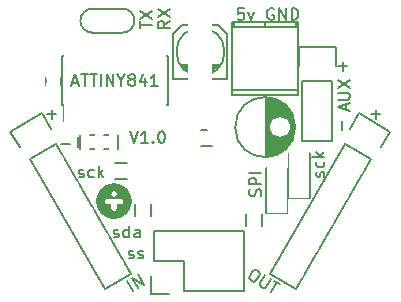
<source format=gto>
G04 #@! TF.FileFunction,Legend,Top*
%FSLAX46Y46*%
G04 Gerber Fmt 4.6, Leading zero omitted, Abs format (unit mm)*
G04 Created by KiCad (PCBNEW 4.0.2-stable) date Wednesday, September 07, 2016 'amt' 02:23:24 am*
%MOMM*%
G01*
G04 APERTURE LIST*
%ADD10C,0.100000*%
%ADD11C,0.150000*%
%ADD12C,0.010000*%
%ADD13R,1.700000X1.700000*%
%ADD14C,1.700000*%
%ADD15R,1.150000X1.200000*%
%ADD16R,2.000200X3.000960*%
%ADD17R,2.400000X2.400000*%
%ADD18C,2.400000*%
%ADD19R,1.000000X1.900000*%
%ADD20O,2.398980X2.398980*%
%ADD21R,2.398980X2.398980*%
%ADD22R,2.127200X2.127200*%
%ADD23O,2.127200X2.127200*%
%ADD24C,1.797000*%
%ADD25R,1.300000X0.900000*%
%ADD26R,0.900000X1.300000*%
%ADD27R,2.000000X2.000000*%
%ADD28C,2.000000*%
%ADD29R,0.800000X2.300000*%
%ADD30R,1.670000X1.365200*%
%ADD31C,2.127200*%
%ADD32R,2.432000X2.127200*%
%ADD33O,2.432000X2.127200*%
G04 APERTURE END LIST*
D10*
D11*
X151511191Y-119213381D02*
X151844524Y-120213381D01*
X152177858Y-119213381D01*
X153035001Y-120213381D02*
X152463572Y-120213381D01*
X152749286Y-120213381D02*
X152749286Y-119213381D01*
X152654048Y-119356238D01*
X152558810Y-119451476D01*
X152463572Y-119499095D01*
X153463572Y-120118143D02*
X153511191Y-120165762D01*
X153463572Y-120213381D01*
X153415953Y-120165762D01*
X153463572Y-120118143D01*
X153463572Y-120213381D01*
X154130238Y-119213381D02*
X154225477Y-119213381D01*
X154320715Y-119261000D01*
X154368334Y-119308619D01*
X154415953Y-119403857D01*
X154463572Y-119594333D01*
X154463572Y-119832429D01*
X154415953Y-120022905D01*
X154368334Y-120118143D01*
X154320715Y-120165762D01*
X154225477Y-120213381D01*
X154130238Y-120213381D01*
X154035000Y-120165762D01*
X153987381Y-120118143D01*
X153939762Y-120022905D01*
X153892143Y-119832429D01*
X153892143Y-119594333D01*
X153939762Y-119403857D01*
X153987381Y-119308619D01*
X154035000Y-119261000D01*
X154130238Y-119213381D01*
X151399952Y-129944762D02*
X151495190Y-129992381D01*
X151685666Y-129992381D01*
X151780905Y-129944762D01*
X151828524Y-129849524D01*
X151828524Y-129801905D01*
X151780905Y-129706667D01*
X151685666Y-129659048D01*
X151542809Y-129659048D01*
X151447571Y-129611429D01*
X151399952Y-129516190D01*
X151399952Y-129468571D01*
X151447571Y-129373333D01*
X151542809Y-129325714D01*
X151685666Y-129325714D01*
X151780905Y-129373333D01*
X152209476Y-129944762D02*
X152304714Y-129992381D01*
X152495190Y-129992381D01*
X152590429Y-129944762D01*
X152638048Y-129849524D01*
X152638048Y-129801905D01*
X152590429Y-129706667D01*
X152495190Y-129659048D01*
X152352333Y-129659048D01*
X152257095Y-129611429D01*
X152209476Y-129516190D01*
X152209476Y-129468571D01*
X152257095Y-129373333D01*
X152352333Y-129325714D01*
X152495190Y-129325714D01*
X152590429Y-129373333D01*
X169164048Y-113736429D02*
X169925953Y-113736429D01*
X169545001Y-114117381D02*
X169545001Y-113355476D01*
X167917762Y-123094619D02*
X167965381Y-122999381D01*
X167965381Y-122808905D01*
X167917762Y-122713666D01*
X167822524Y-122666047D01*
X167774905Y-122666047D01*
X167679667Y-122713666D01*
X167632048Y-122808905D01*
X167632048Y-122951762D01*
X167584429Y-123047000D01*
X167489190Y-123094619D01*
X167441571Y-123094619D01*
X167346333Y-123047000D01*
X167298714Y-122951762D01*
X167298714Y-122808905D01*
X167346333Y-122713666D01*
X167917762Y-121808904D02*
X167965381Y-121904142D01*
X167965381Y-122094619D01*
X167917762Y-122189857D01*
X167870143Y-122237476D01*
X167774905Y-122285095D01*
X167489190Y-122285095D01*
X167393952Y-122237476D01*
X167346333Y-122189857D01*
X167298714Y-122094619D01*
X167298714Y-121904142D01*
X167346333Y-121808904D01*
X167965381Y-121380333D02*
X166965381Y-121380333D01*
X167584429Y-121285095D02*
X167965381Y-120999380D01*
X167298714Y-120999380D02*
X167679667Y-121380333D01*
X169489429Y-119125952D02*
X169489429Y-118364047D01*
X150137952Y-128166762D02*
X150233190Y-128214381D01*
X150423666Y-128214381D01*
X150518905Y-128166762D01*
X150566524Y-128071524D01*
X150566524Y-128023905D01*
X150518905Y-127928667D01*
X150423666Y-127881048D01*
X150280809Y-127881048D01*
X150185571Y-127833429D01*
X150137952Y-127738190D01*
X150137952Y-127690571D01*
X150185571Y-127595333D01*
X150280809Y-127547714D01*
X150423666Y-127547714D01*
X150518905Y-127595333D01*
X151423667Y-128214381D02*
X151423667Y-127214381D01*
X151423667Y-128166762D02*
X151328429Y-128214381D01*
X151137952Y-128214381D01*
X151042714Y-128166762D01*
X150995095Y-128119143D01*
X150947476Y-128023905D01*
X150947476Y-127738190D01*
X150995095Y-127642952D01*
X151042714Y-127595333D01*
X151137952Y-127547714D01*
X151328429Y-127547714D01*
X151423667Y-127595333D01*
X152328429Y-128214381D02*
X152328429Y-127690571D01*
X152280810Y-127595333D01*
X152185572Y-127547714D01*
X151995095Y-127547714D01*
X151899857Y-127595333D01*
X152328429Y-128166762D02*
X152233191Y-128214381D01*
X151995095Y-128214381D01*
X151899857Y-128166762D01*
X151852238Y-128071524D01*
X151852238Y-127976286D01*
X151899857Y-127881048D01*
X151995095Y-127833429D01*
X152233191Y-127833429D01*
X152328429Y-127785810D01*
X147161381Y-123086762D02*
X147256619Y-123134381D01*
X147447095Y-123134381D01*
X147542334Y-123086762D01*
X147589953Y-122991524D01*
X147589953Y-122943905D01*
X147542334Y-122848667D01*
X147447095Y-122801048D01*
X147304238Y-122801048D01*
X147209000Y-122753429D01*
X147161381Y-122658190D01*
X147161381Y-122610571D01*
X147209000Y-122515333D01*
X147304238Y-122467714D01*
X147447095Y-122467714D01*
X147542334Y-122515333D01*
X148447096Y-123086762D02*
X148351858Y-123134381D01*
X148161381Y-123134381D01*
X148066143Y-123086762D01*
X148018524Y-123039143D01*
X147970905Y-122943905D01*
X147970905Y-122658190D01*
X148018524Y-122562952D01*
X148066143Y-122515333D01*
X148161381Y-122467714D01*
X148351858Y-122467714D01*
X148447096Y-122515333D01*
X148875667Y-123134381D02*
X148875667Y-122134381D01*
X148970905Y-122753429D02*
X149256620Y-123134381D01*
X149256620Y-122467714D02*
X148875667Y-122848667D01*
X145669048Y-120340429D02*
X146430953Y-120340429D01*
X171958048Y-117800429D02*
X172719953Y-117800429D01*
X172339001Y-118181381D02*
X172339001Y-117419476D01*
X144526048Y-117800429D02*
X145287953Y-117800429D01*
X144907001Y-118181381D02*
X144907001Y-117419476D01*
X161147381Y-108799381D02*
X160671190Y-108799381D01*
X160623571Y-109275571D01*
X160671190Y-109227952D01*
X160766428Y-109180333D01*
X161004524Y-109180333D01*
X161099762Y-109227952D01*
X161147381Y-109275571D01*
X161195000Y-109370810D01*
X161195000Y-109608905D01*
X161147381Y-109704143D01*
X161099762Y-109751762D01*
X161004524Y-109799381D01*
X160766428Y-109799381D01*
X160671190Y-109751762D01*
X160623571Y-109704143D01*
X161528333Y-109132714D02*
X161766428Y-109799381D01*
X162004524Y-109132714D01*
X163671191Y-108847000D02*
X163575953Y-108799381D01*
X163433096Y-108799381D01*
X163290238Y-108847000D01*
X163195000Y-108942238D01*
X163147381Y-109037476D01*
X163099762Y-109227952D01*
X163099762Y-109370810D01*
X163147381Y-109561286D01*
X163195000Y-109656524D01*
X163290238Y-109751762D01*
X163433096Y-109799381D01*
X163528334Y-109799381D01*
X163671191Y-109751762D01*
X163718810Y-109704143D01*
X163718810Y-109370810D01*
X163528334Y-109370810D01*
X164147381Y-109799381D02*
X164147381Y-108799381D01*
X164718810Y-109799381D01*
X164718810Y-108799381D01*
X165195000Y-109799381D02*
X165195000Y-108799381D01*
X165433095Y-108799381D01*
X165575953Y-108847000D01*
X165671191Y-108942238D01*
X165718810Y-109037476D01*
X165766429Y-109227952D01*
X165766429Y-109370810D01*
X165718810Y-109561286D01*
X165671191Y-109656524D01*
X165575953Y-109751762D01*
X165433095Y-109799381D01*
X165195000Y-109799381D01*
X152347381Y-110489905D02*
X152347381Y-109918476D01*
X153347381Y-110204191D02*
X152347381Y-110204191D01*
X152347381Y-109680381D02*
X153347381Y-109013714D01*
X152347381Y-109013714D02*
X153347381Y-109680381D01*
X154897381Y-109894666D02*
X154421190Y-110228000D01*
X154897381Y-110466095D02*
X153897381Y-110466095D01*
X153897381Y-110085142D01*
X153945000Y-109989904D01*
X153992619Y-109942285D01*
X154087857Y-109894666D01*
X154230714Y-109894666D01*
X154325952Y-109942285D01*
X154373571Y-109989904D01*
X154421190Y-110085142D01*
X154421190Y-110466095D01*
X153897381Y-109561333D02*
X154897381Y-108894666D01*
X153897381Y-108894666D02*
X154897381Y-109561333D01*
X163036000Y-116373000D02*
X163036000Y-121371000D01*
X163176000Y-116381000D02*
X163176000Y-121363000D01*
X163316000Y-116397000D02*
X163316000Y-118777000D01*
X163316000Y-118967000D02*
X163316000Y-121347000D01*
X163456000Y-116421000D02*
X163456000Y-118382000D01*
X163456000Y-119362000D02*
X163456000Y-121323000D01*
X163596000Y-116454000D02*
X163596000Y-118215000D01*
X163596000Y-119529000D02*
X163596000Y-121290000D01*
X163736000Y-116495000D02*
X163736000Y-118108000D01*
X163736000Y-119636000D02*
X163736000Y-121249000D01*
X163876000Y-116545000D02*
X163876000Y-118037000D01*
X163876000Y-119707000D02*
X163876000Y-121199000D01*
X164016000Y-116606000D02*
X164016000Y-117993000D01*
X164016000Y-119751000D02*
X164016000Y-121138000D01*
X164156000Y-116676000D02*
X164156000Y-117974000D01*
X164156000Y-119770000D02*
X164156000Y-121068000D01*
X164296000Y-116758000D02*
X164296000Y-117976000D01*
X164296000Y-119768000D02*
X164296000Y-120986000D01*
X164436000Y-116853000D02*
X164436000Y-118001000D01*
X164436000Y-119743000D02*
X164436000Y-120891000D01*
X164576000Y-116964000D02*
X164576000Y-118049000D01*
X164576000Y-119695000D02*
X164576000Y-120780000D01*
X164716000Y-117092000D02*
X164716000Y-118127000D01*
X164716000Y-119617000D02*
X164716000Y-120652000D01*
X164856000Y-117241000D02*
X164856000Y-118244000D01*
X164856000Y-119500000D02*
X164856000Y-120503000D01*
X164996000Y-117420000D02*
X164996000Y-118432000D01*
X164996000Y-119312000D02*
X164996000Y-120324000D01*
X165136000Y-117639000D02*
X165136000Y-120105000D01*
X165276000Y-117928000D02*
X165276000Y-119816000D01*
X165416000Y-118400000D02*
X165416000Y-119344000D01*
X165111000Y-118872000D02*
G75*
G03X165111000Y-118872000I-900000J0D01*
G01*
X165498500Y-118872000D02*
G75*
G03X165498500Y-118872000I-2537500J0D01*
G01*
X144434000Y-115297000D02*
X144434000Y-114597000D01*
X145634000Y-114597000D02*
X145634000Y-115297000D01*
X157480000Y-110848140D02*
X157480000Y-111610140D01*
X157099000Y-111229140D02*
X157861000Y-111229140D01*
X159766000Y-110975140D02*
X159766000Y-114785140D01*
X155956000Y-110213140D02*
X159004000Y-110213140D01*
X159766000Y-110975140D02*
X159004000Y-110213140D01*
X155194000Y-110975140D02*
X155194000Y-114785140D01*
X155194000Y-110975140D02*
X155956000Y-110213140D01*
X157607000Y-114531140D02*
X157353000Y-114531140D01*
X156845000Y-114404140D02*
X158115000Y-114404140D01*
X158369000Y-114277140D02*
X156591000Y-114277140D01*
X158623000Y-114150140D02*
X156337000Y-114150140D01*
X156210000Y-114023140D02*
X158750000Y-114023140D01*
X158877000Y-113896140D02*
X156083000Y-113896140D01*
X155956000Y-113769140D02*
X159004000Y-113769140D01*
X155829000Y-113642140D02*
X159131000Y-113642140D01*
X155194000Y-114785140D02*
X159766000Y-114785140D01*
X159512000Y-112499140D02*
G75*
G03X159512000Y-112499140I-2032000J0D01*
G01*
X145791000Y-116977000D02*
X145906000Y-116977000D01*
X145791000Y-112827000D02*
X145906000Y-112827000D01*
X154691000Y-112827000D02*
X154576000Y-112827000D01*
X154691000Y-116977000D02*
X154576000Y-116977000D01*
X145791000Y-116977000D02*
X145791000Y-112827000D01*
X154691000Y-116977000D02*
X154691000Y-112827000D01*
X145906000Y-116977000D02*
X145906000Y-118352000D01*
X160141920Y-110429040D02*
X165740080Y-110429040D01*
X165541960Y-109931200D02*
X165541960Y-110429040D01*
X160340040Y-110429040D02*
X160340040Y-109931200D01*
X162941000Y-109931200D02*
X162941000Y-110429040D01*
X165740080Y-115730020D02*
X160141920Y-115730020D01*
X165740080Y-109931200D02*
X160141920Y-109931200D01*
X160141920Y-109931200D02*
X160141920Y-116128800D01*
X160141920Y-116128800D02*
X165740080Y-116128800D01*
X165740080Y-116128800D02*
X165740080Y-109931200D01*
X156083000Y-132715000D02*
X161163000Y-132715000D01*
X153263000Y-132995000D02*
X153263000Y-131445000D01*
X153543000Y-130175000D02*
X156083000Y-130175000D01*
X156083000Y-130175000D02*
X156083000Y-132715000D01*
X161163000Y-132715000D02*
X161163000Y-127635000D01*
X161163000Y-127635000D02*
X156083000Y-127635000D01*
X153263000Y-132995000D02*
X154813000Y-132995000D01*
X153543000Y-127635000D02*
X153543000Y-130175000D01*
X156083000Y-127635000D02*
X153543000Y-127635000D01*
X148336000Y-108839000D02*
X150876000Y-108839000D01*
X148336000Y-110871000D02*
X150876000Y-110871000D01*
X148336000Y-108839000D02*
G75*
G03X147320000Y-109855000I0J-1016000D01*
G01*
X147320000Y-109855000D02*
G75*
G03X148336000Y-110871000I1016000J0D01*
G01*
X151892000Y-109855000D02*
G75*
G03X150876000Y-108839000I-1016000J0D01*
G01*
X150876000Y-110871000D02*
G75*
G03X151892000Y-109855000I0J1016000D01*
G01*
X162727000Y-126246000D02*
X162727000Y-127246000D01*
X161377000Y-127246000D02*
X161377000Y-126246000D01*
X150261000Y-121880000D02*
X151261000Y-121880000D01*
X151261000Y-123230000D02*
X150261000Y-123230000D01*
X157500000Y-119086000D02*
X158500000Y-119086000D01*
X158500000Y-120436000D02*
X157500000Y-120436000D01*
X147114000Y-119742000D02*
X147114000Y-120542000D01*
X147314000Y-120742000D02*
X147314000Y-119542000D01*
X150514000Y-119542000D02*
X150514000Y-120742000D01*
X148114000Y-119542000D02*
X148514000Y-119542000D01*
X149314000Y-119542000D02*
X149714000Y-119542000D01*
X148114000Y-120742000D02*
X148514000Y-120742000D01*
X149314000Y-120742000D02*
X149714000Y-120742000D01*
X151979000Y-126357000D02*
X151979000Y-125357000D01*
X153329000Y-125357000D02*
X153329000Y-126357000D01*
X163068000Y-122301000D02*
X163068000Y-126111000D01*
X163068000Y-126111000D02*
X164846000Y-126111000D01*
X164846000Y-126111000D02*
X164846000Y-122301000D01*
X163068000Y-122301000D02*
X164846000Y-122301000D01*
X145244852Y-120276329D02*
X151594852Y-131274852D01*
X151594852Y-131274852D02*
X149395148Y-132544852D01*
X149395148Y-132544852D02*
X143045148Y-121546329D01*
X144077339Y-117694138D02*
X144852339Y-119036477D01*
X145244852Y-120276329D02*
X143045148Y-121546329D01*
X142167661Y-120586477D02*
X141392661Y-119244138D01*
X141392661Y-119244138D02*
X144077339Y-117694138D01*
X171914852Y-121546329D02*
X165564852Y-132544852D01*
X165564852Y-132544852D02*
X163365148Y-131274852D01*
X163365148Y-131274852D02*
X169715148Y-120276329D01*
X173567339Y-119244138D02*
X172792339Y-120586477D01*
X171914852Y-121546329D02*
X169715148Y-120276329D01*
X170107661Y-119036477D02*
X170882661Y-117694138D01*
X170882661Y-117694138D02*
X173567339Y-119244138D01*
X166116000Y-114935000D02*
X166116000Y-120015000D01*
X166116000Y-120015000D02*
X168656000Y-120015000D01*
X168656000Y-120015000D02*
X168656000Y-114935000D01*
X168936000Y-112115000D02*
X168936000Y-113665000D01*
X168656000Y-114935000D02*
X166116000Y-114935000D01*
X165836000Y-113665000D02*
X165836000Y-112115000D01*
X165836000Y-112115000D02*
X168936000Y-112115000D01*
X166751000Y-124841000D02*
X166751000Y-121031000D01*
X166751000Y-121031000D02*
X164973000Y-121031000D01*
X164973000Y-121031000D02*
X164973000Y-124841000D01*
X166751000Y-124841000D02*
X164973000Y-124841000D01*
D12*
G36*
X150138709Y-123637211D02*
X150170917Y-123637683D01*
X150201336Y-123638538D01*
X150228904Y-123639776D01*
X150252563Y-123641397D01*
X150263578Y-123642457D01*
X150355477Y-123655285D01*
X150445425Y-123673368D01*
X150533317Y-123696661D01*
X150619046Y-123725116D01*
X150702507Y-123758689D01*
X150783592Y-123797333D01*
X150862196Y-123841002D01*
X150938212Y-123889652D01*
X151011534Y-123943235D01*
X151068739Y-123990103D01*
X151087077Y-124006417D01*
X151107791Y-124025732D01*
X151129948Y-124047108D01*
X151152613Y-124069604D01*
X151174854Y-124092279D01*
X151195735Y-124114192D01*
X151214323Y-124134402D01*
X151229684Y-124151969D01*
X151231212Y-124153789D01*
X151288422Y-124226501D01*
X151340418Y-124301348D01*
X151387235Y-124378384D01*
X151428905Y-124457665D01*
X151458280Y-124522089D01*
X151491120Y-124606209D01*
X151518549Y-124691624D01*
X151540584Y-124778090D01*
X151557244Y-124865360D01*
X151568543Y-124953187D01*
X151574501Y-125041326D01*
X151575133Y-125129531D01*
X151570457Y-125217554D01*
X151560490Y-125305151D01*
X151545249Y-125392075D01*
X151524751Y-125478079D01*
X151499014Y-125562917D01*
X151468053Y-125646344D01*
X151431887Y-125728114D01*
X151390531Y-125807979D01*
X151366218Y-125849945D01*
X151324126Y-125915761D01*
X151278655Y-125978738D01*
X151229155Y-126039701D01*
X151174974Y-126099476D01*
X151147051Y-126128051D01*
X151113741Y-126160642D01*
X151082311Y-126189795D01*
X151051402Y-126216696D01*
X151019654Y-126242531D01*
X150987635Y-126267050D01*
X150912995Y-126319266D01*
X150835876Y-126366427D01*
X150756392Y-126408491D01*
X150674656Y-126445416D01*
X150590785Y-126477162D01*
X150504892Y-126503685D01*
X150417091Y-126524943D01*
X150327498Y-126540896D01*
X150236226Y-126551501D01*
X150202949Y-126554003D01*
X150183470Y-126554986D01*
X150160391Y-126555714D01*
X150135223Y-126556177D01*
X150109475Y-126556364D01*
X150084658Y-126556266D01*
X150062280Y-126555872D01*
X150043853Y-126555174D01*
X150042034Y-126555072D01*
X149949228Y-126546950D01*
X149858230Y-126533529D01*
X149769144Y-126514851D01*
X149682074Y-126490959D01*
X149597125Y-126461896D01*
X149514401Y-126427703D01*
X149434007Y-126388422D01*
X149356046Y-126344098D01*
X149280623Y-126294771D01*
X149207843Y-126240485D01*
X149150451Y-126192512D01*
X149131823Y-126175599D01*
X149110767Y-126155557D01*
X149088302Y-126133426D01*
X149065446Y-126110249D01*
X149043217Y-126087064D01*
X149022632Y-126064913D01*
X149004711Y-126044837D01*
X148996122Y-126034773D01*
X148939451Y-125962610D01*
X148887733Y-125887777D01*
X148841022Y-125810410D01*
X148799372Y-125730643D01*
X148762837Y-125648610D01*
X148731472Y-125564446D01*
X148705330Y-125478287D01*
X148684465Y-125390266D01*
X148668933Y-125300518D01*
X148658786Y-125209178D01*
X148657521Y-125192367D01*
X148656354Y-125169717D01*
X148655654Y-125142937D01*
X148655654Y-125142903D01*
X149308465Y-125142903D01*
X149309719Y-125177485D01*
X149314710Y-125210435D01*
X149317170Y-125220589D01*
X149322467Y-125236649D01*
X149330177Y-125255304D01*
X149339367Y-125274604D01*
X149349109Y-125292597D01*
X149358470Y-125307330D01*
X149358705Y-125307659D01*
X149378546Y-125331725D01*
X149402225Y-125354455D01*
X149428377Y-125374768D01*
X149455634Y-125391582D01*
X149477971Y-125402049D01*
X149487555Y-125405856D01*
X149495935Y-125409103D01*
X149503636Y-125411838D01*
X149511183Y-125414108D01*
X149519099Y-125415960D01*
X149527911Y-125417442D01*
X149538142Y-125418600D01*
X149550318Y-125419483D01*
X149564964Y-125420136D01*
X149582603Y-125420609D01*
X149603762Y-125420947D01*
X149628964Y-125421199D01*
X149658734Y-125421411D01*
X149693598Y-125421631D01*
X149695477Y-125421643D01*
X149856921Y-125422675D01*
X149857840Y-125584099D01*
X149858049Y-125620420D01*
X149858272Y-125651621D01*
X149858569Y-125678222D01*
X149859003Y-125700748D01*
X149859633Y-125719720D01*
X149860522Y-125735662D01*
X149861729Y-125749096D01*
X149863317Y-125760545D01*
X149865345Y-125770533D01*
X149867876Y-125779580D01*
X149870970Y-125788212D01*
X149874688Y-125796949D01*
X149879091Y-125806315D01*
X149884241Y-125816833D01*
X149885257Y-125818900D01*
X149905108Y-125853022D01*
X149929320Y-125883614D01*
X149957669Y-125910438D01*
X149989930Y-125933257D01*
X149996876Y-125937344D01*
X150014641Y-125946207D01*
X150035676Y-125954738D01*
X150057772Y-125962166D01*
X150078721Y-125967719D01*
X150090012Y-125969859D01*
X150106203Y-125971336D01*
X150125882Y-125971657D01*
X150147102Y-125970920D01*
X150167920Y-125969223D01*
X150186391Y-125966664D01*
X150196528Y-125964504D01*
X150234407Y-125952091D01*
X150268819Y-125935316D01*
X150300088Y-125913999D01*
X150321491Y-125895100D01*
X150347570Y-125866092D01*
X150368878Y-125834607D01*
X150385819Y-125799978D01*
X150395408Y-125773147D01*
X150403098Y-125748345D01*
X150406100Y-125423789D01*
X150568378Y-125422274D01*
X150602784Y-125421947D01*
X150632037Y-125421646D01*
X150656628Y-125421350D01*
X150677050Y-125421037D01*
X150693794Y-125420686D01*
X150707350Y-125420277D01*
X150718212Y-125419787D01*
X150726869Y-125419196D01*
X150733814Y-125418483D01*
X150739539Y-125417626D01*
X150744533Y-125416604D01*
X150749290Y-125415396D01*
X150753149Y-125414312D01*
X150790100Y-125400893D01*
X150824535Y-125382719D01*
X150855982Y-125360189D01*
X150883969Y-125333705D01*
X150908025Y-125303666D01*
X150927679Y-125270474D01*
X150931189Y-125263169D01*
X150939099Y-125245067D01*
X150944963Y-125228876D01*
X150949062Y-125213156D01*
X150951680Y-125196465D01*
X150953097Y-125177362D01*
X150953597Y-125154406D01*
X150953612Y-125148623D01*
X150953524Y-125129720D01*
X150953190Y-125115237D01*
X150952498Y-125103947D01*
X150951338Y-125094628D01*
X150949599Y-125086054D01*
X150947172Y-125077002D01*
X150947158Y-125076952D01*
X150934702Y-125041695D01*
X150918525Y-125009877D01*
X150897928Y-124980287D01*
X150878973Y-124958633D01*
X150850590Y-124932766D01*
X150819056Y-124911207D01*
X150785058Y-124894341D01*
X150749284Y-124882551D01*
X150738538Y-124880109D01*
X150735386Y-124879495D01*
X150732026Y-124878932D01*
X150728223Y-124878416D01*
X150723741Y-124877946D01*
X150718344Y-124877520D01*
X150711797Y-124877137D01*
X150703865Y-124876795D01*
X150694311Y-124876492D01*
X150682900Y-124876226D01*
X150669396Y-124875996D01*
X150653565Y-124875800D01*
X150635170Y-124875636D01*
X150613975Y-124875502D01*
X150589746Y-124875396D01*
X150562246Y-124875317D01*
X150531241Y-124875264D01*
X150496494Y-124875234D01*
X150457769Y-124875225D01*
X150414832Y-124875236D01*
X150367447Y-124875265D01*
X150315377Y-124875310D01*
X150258388Y-124875370D01*
X150196244Y-124875443D01*
X150128710Y-124875527D01*
X150123265Y-124875534D01*
X149534034Y-124876278D01*
X149511540Y-124882830D01*
X149475468Y-124896074D01*
X149441277Y-124914027D01*
X149409772Y-124936129D01*
X149381756Y-124961817D01*
X149358705Y-124989586D01*
X149349366Y-125004207D01*
X149339623Y-125022138D01*
X149330405Y-125041429D01*
X149322645Y-125060127D01*
X149317272Y-125076280D01*
X149317170Y-125076656D01*
X149310949Y-125108641D01*
X149308465Y-125142903D01*
X148655654Y-125142903D01*
X148655400Y-125113262D01*
X148655570Y-125081928D01*
X148656142Y-125050171D01*
X148657095Y-125019226D01*
X148658407Y-124990330D01*
X148660058Y-124964718D01*
X148661822Y-124945423D01*
X148674639Y-124854089D01*
X148692713Y-124764616D01*
X148715943Y-124677168D01*
X148744228Y-124591911D01*
X148777470Y-124509010D01*
X148785315Y-124492456D01*
X149858812Y-124492456D01*
X149858852Y-124512060D01*
X149859238Y-124527227D01*
X149860061Y-124539155D01*
X149861412Y-124549046D01*
X149863381Y-124558100D01*
X149863931Y-124560189D01*
X149876880Y-124597810D01*
X149894492Y-124632759D01*
X149916402Y-124664636D01*
X149942247Y-124693041D01*
X149971664Y-124717574D01*
X150004290Y-124737834D01*
X150039212Y-124753225D01*
X150055619Y-124758687D01*
X150070643Y-124762567D01*
X150085786Y-124765068D01*
X150102547Y-124766391D01*
X150122425Y-124766739D01*
X150137989Y-124766532D01*
X150156333Y-124766026D01*
X150170449Y-124765285D01*
X150181757Y-124764139D01*
X150191673Y-124762418D01*
X150201614Y-124759950D01*
X150207971Y-124758104D01*
X150245117Y-124744080D01*
X150279293Y-124725398D01*
X150310179Y-124702379D01*
X150337457Y-124675348D01*
X150360807Y-124644628D01*
X150379911Y-124610542D01*
X150394450Y-124573413D01*
X150396377Y-124567055D01*
X150400458Y-124548198D01*
X150403121Y-124525617D01*
X150404322Y-124501062D01*
X150404017Y-124476283D01*
X150402162Y-124453032D01*
X150399629Y-124437169D01*
X150389218Y-124400343D01*
X150373893Y-124365836D01*
X150354041Y-124334028D01*
X150330050Y-124305303D01*
X150302307Y-124280042D01*
X150271201Y-124258628D01*
X150237118Y-124241444D01*
X150200448Y-124228871D01*
X150184569Y-124225100D01*
X150160814Y-124221745D01*
X150134048Y-124220576D01*
X150106438Y-124221537D01*
X150080151Y-124224568D01*
X150061789Y-124228377D01*
X150030888Y-124238816D01*
X149999817Y-124253711D01*
X149970215Y-124272175D01*
X149946262Y-124291038D01*
X149925318Y-124312536D01*
X149905817Y-124338312D01*
X149888585Y-124367033D01*
X149874449Y-124397366D01*
X149866715Y-124419252D01*
X149863833Y-124429166D01*
X149861766Y-124437863D01*
X149860373Y-124446635D01*
X149859515Y-124456775D01*
X149859053Y-124469578D01*
X149858846Y-124486335D01*
X149858812Y-124492456D01*
X148785315Y-124492456D01*
X148815567Y-124428628D01*
X148858419Y-124350931D01*
X148905927Y-124276084D01*
X148957990Y-124204251D01*
X149014508Y-124135597D01*
X149075380Y-124070287D01*
X149140508Y-124008486D01*
X149209790Y-123950358D01*
X149283126Y-123896069D01*
X149311078Y-123877113D01*
X149338496Y-123859207D01*
X149363035Y-123843788D01*
X149386305Y-123829923D01*
X149409918Y-123816678D01*
X149435484Y-123803120D01*
X149462067Y-123789591D01*
X149540949Y-123752877D01*
X149621241Y-123721215D01*
X149703352Y-123694487D01*
X149787692Y-123672573D01*
X149874670Y-123655354D01*
X149964695Y-123642712D01*
X149967245Y-123642424D01*
X149987928Y-123640597D01*
X150013182Y-123639153D01*
X150041947Y-123638093D01*
X150073164Y-123637416D01*
X150105771Y-123637122D01*
X150138709Y-123637211D01*
X150138709Y-123637211D01*
G37*
X150138709Y-123637211D02*
X150170917Y-123637683D01*
X150201336Y-123638538D01*
X150228904Y-123639776D01*
X150252563Y-123641397D01*
X150263578Y-123642457D01*
X150355477Y-123655285D01*
X150445425Y-123673368D01*
X150533317Y-123696661D01*
X150619046Y-123725116D01*
X150702507Y-123758689D01*
X150783592Y-123797333D01*
X150862196Y-123841002D01*
X150938212Y-123889652D01*
X151011534Y-123943235D01*
X151068739Y-123990103D01*
X151087077Y-124006417D01*
X151107791Y-124025732D01*
X151129948Y-124047108D01*
X151152613Y-124069604D01*
X151174854Y-124092279D01*
X151195735Y-124114192D01*
X151214323Y-124134402D01*
X151229684Y-124151969D01*
X151231212Y-124153789D01*
X151288422Y-124226501D01*
X151340418Y-124301348D01*
X151387235Y-124378384D01*
X151428905Y-124457665D01*
X151458280Y-124522089D01*
X151491120Y-124606209D01*
X151518549Y-124691624D01*
X151540584Y-124778090D01*
X151557244Y-124865360D01*
X151568543Y-124953187D01*
X151574501Y-125041326D01*
X151575133Y-125129531D01*
X151570457Y-125217554D01*
X151560490Y-125305151D01*
X151545249Y-125392075D01*
X151524751Y-125478079D01*
X151499014Y-125562917D01*
X151468053Y-125646344D01*
X151431887Y-125728114D01*
X151390531Y-125807979D01*
X151366218Y-125849945D01*
X151324126Y-125915761D01*
X151278655Y-125978738D01*
X151229155Y-126039701D01*
X151174974Y-126099476D01*
X151147051Y-126128051D01*
X151113741Y-126160642D01*
X151082311Y-126189795D01*
X151051402Y-126216696D01*
X151019654Y-126242531D01*
X150987635Y-126267050D01*
X150912995Y-126319266D01*
X150835876Y-126366427D01*
X150756392Y-126408491D01*
X150674656Y-126445416D01*
X150590785Y-126477162D01*
X150504892Y-126503685D01*
X150417091Y-126524943D01*
X150327498Y-126540896D01*
X150236226Y-126551501D01*
X150202949Y-126554003D01*
X150183470Y-126554986D01*
X150160391Y-126555714D01*
X150135223Y-126556177D01*
X150109475Y-126556364D01*
X150084658Y-126556266D01*
X150062280Y-126555872D01*
X150043853Y-126555174D01*
X150042034Y-126555072D01*
X149949228Y-126546950D01*
X149858230Y-126533529D01*
X149769144Y-126514851D01*
X149682074Y-126490959D01*
X149597125Y-126461896D01*
X149514401Y-126427703D01*
X149434007Y-126388422D01*
X149356046Y-126344098D01*
X149280623Y-126294771D01*
X149207843Y-126240485D01*
X149150451Y-126192512D01*
X149131823Y-126175599D01*
X149110767Y-126155557D01*
X149088302Y-126133426D01*
X149065446Y-126110249D01*
X149043217Y-126087064D01*
X149022632Y-126064913D01*
X149004711Y-126044837D01*
X148996122Y-126034773D01*
X148939451Y-125962610D01*
X148887733Y-125887777D01*
X148841022Y-125810410D01*
X148799372Y-125730643D01*
X148762837Y-125648610D01*
X148731472Y-125564446D01*
X148705330Y-125478287D01*
X148684465Y-125390266D01*
X148668933Y-125300518D01*
X148658786Y-125209178D01*
X148657521Y-125192367D01*
X148656354Y-125169717D01*
X148655654Y-125142937D01*
X148655654Y-125142903D01*
X149308465Y-125142903D01*
X149309719Y-125177485D01*
X149314710Y-125210435D01*
X149317170Y-125220589D01*
X149322467Y-125236649D01*
X149330177Y-125255304D01*
X149339367Y-125274604D01*
X149349109Y-125292597D01*
X149358470Y-125307330D01*
X149358705Y-125307659D01*
X149378546Y-125331725D01*
X149402225Y-125354455D01*
X149428377Y-125374768D01*
X149455634Y-125391582D01*
X149477971Y-125402049D01*
X149487555Y-125405856D01*
X149495935Y-125409103D01*
X149503636Y-125411838D01*
X149511183Y-125414108D01*
X149519099Y-125415960D01*
X149527911Y-125417442D01*
X149538142Y-125418600D01*
X149550318Y-125419483D01*
X149564964Y-125420136D01*
X149582603Y-125420609D01*
X149603762Y-125420947D01*
X149628964Y-125421199D01*
X149658734Y-125421411D01*
X149693598Y-125421631D01*
X149695477Y-125421643D01*
X149856921Y-125422675D01*
X149857840Y-125584099D01*
X149858049Y-125620420D01*
X149858272Y-125651621D01*
X149858569Y-125678222D01*
X149859003Y-125700748D01*
X149859633Y-125719720D01*
X149860522Y-125735662D01*
X149861729Y-125749096D01*
X149863317Y-125760545D01*
X149865345Y-125770533D01*
X149867876Y-125779580D01*
X149870970Y-125788212D01*
X149874688Y-125796949D01*
X149879091Y-125806315D01*
X149884241Y-125816833D01*
X149885257Y-125818900D01*
X149905108Y-125853022D01*
X149929320Y-125883614D01*
X149957669Y-125910438D01*
X149989930Y-125933257D01*
X149996876Y-125937344D01*
X150014641Y-125946207D01*
X150035676Y-125954738D01*
X150057772Y-125962166D01*
X150078721Y-125967719D01*
X150090012Y-125969859D01*
X150106203Y-125971336D01*
X150125882Y-125971657D01*
X150147102Y-125970920D01*
X150167920Y-125969223D01*
X150186391Y-125966664D01*
X150196528Y-125964504D01*
X150234407Y-125952091D01*
X150268819Y-125935316D01*
X150300088Y-125913999D01*
X150321491Y-125895100D01*
X150347570Y-125866092D01*
X150368878Y-125834607D01*
X150385819Y-125799978D01*
X150395408Y-125773147D01*
X150403098Y-125748345D01*
X150406100Y-125423789D01*
X150568378Y-125422274D01*
X150602784Y-125421947D01*
X150632037Y-125421646D01*
X150656628Y-125421350D01*
X150677050Y-125421037D01*
X150693794Y-125420686D01*
X150707350Y-125420277D01*
X150718212Y-125419787D01*
X150726869Y-125419196D01*
X150733814Y-125418483D01*
X150739539Y-125417626D01*
X150744533Y-125416604D01*
X150749290Y-125415396D01*
X150753149Y-125414312D01*
X150790100Y-125400893D01*
X150824535Y-125382719D01*
X150855982Y-125360189D01*
X150883969Y-125333705D01*
X150908025Y-125303666D01*
X150927679Y-125270474D01*
X150931189Y-125263169D01*
X150939099Y-125245067D01*
X150944963Y-125228876D01*
X150949062Y-125213156D01*
X150951680Y-125196465D01*
X150953097Y-125177362D01*
X150953597Y-125154406D01*
X150953612Y-125148623D01*
X150953524Y-125129720D01*
X150953190Y-125115237D01*
X150952498Y-125103947D01*
X150951338Y-125094628D01*
X150949599Y-125086054D01*
X150947172Y-125077002D01*
X150947158Y-125076952D01*
X150934702Y-125041695D01*
X150918525Y-125009877D01*
X150897928Y-124980287D01*
X150878973Y-124958633D01*
X150850590Y-124932766D01*
X150819056Y-124911207D01*
X150785058Y-124894341D01*
X150749284Y-124882551D01*
X150738538Y-124880109D01*
X150735386Y-124879495D01*
X150732026Y-124878932D01*
X150728223Y-124878416D01*
X150723741Y-124877946D01*
X150718344Y-124877520D01*
X150711797Y-124877137D01*
X150703865Y-124876795D01*
X150694311Y-124876492D01*
X150682900Y-124876226D01*
X150669396Y-124875996D01*
X150653565Y-124875800D01*
X150635170Y-124875636D01*
X150613975Y-124875502D01*
X150589746Y-124875396D01*
X150562246Y-124875317D01*
X150531241Y-124875264D01*
X150496494Y-124875234D01*
X150457769Y-124875225D01*
X150414832Y-124875236D01*
X150367447Y-124875265D01*
X150315377Y-124875310D01*
X150258388Y-124875370D01*
X150196244Y-124875443D01*
X150128710Y-124875527D01*
X150123265Y-124875534D01*
X149534034Y-124876278D01*
X149511540Y-124882830D01*
X149475468Y-124896074D01*
X149441277Y-124914027D01*
X149409772Y-124936129D01*
X149381756Y-124961817D01*
X149358705Y-124989586D01*
X149349366Y-125004207D01*
X149339623Y-125022138D01*
X149330405Y-125041429D01*
X149322645Y-125060127D01*
X149317272Y-125076280D01*
X149317170Y-125076656D01*
X149310949Y-125108641D01*
X149308465Y-125142903D01*
X148655654Y-125142903D01*
X148655400Y-125113262D01*
X148655570Y-125081928D01*
X148656142Y-125050171D01*
X148657095Y-125019226D01*
X148658407Y-124990330D01*
X148660058Y-124964718D01*
X148661822Y-124945423D01*
X148674639Y-124854089D01*
X148692713Y-124764616D01*
X148715943Y-124677168D01*
X148744228Y-124591911D01*
X148777470Y-124509010D01*
X148785315Y-124492456D01*
X149858812Y-124492456D01*
X149858852Y-124512060D01*
X149859238Y-124527227D01*
X149860061Y-124539155D01*
X149861412Y-124549046D01*
X149863381Y-124558100D01*
X149863931Y-124560189D01*
X149876880Y-124597810D01*
X149894492Y-124632759D01*
X149916402Y-124664636D01*
X149942247Y-124693041D01*
X149971664Y-124717574D01*
X150004290Y-124737834D01*
X150039212Y-124753225D01*
X150055619Y-124758687D01*
X150070643Y-124762567D01*
X150085786Y-124765068D01*
X150102547Y-124766391D01*
X150122425Y-124766739D01*
X150137989Y-124766532D01*
X150156333Y-124766026D01*
X150170449Y-124765285D01*
X150181757Y-124764139D01*
X150191673Y-124762418D01*
X150201614Y-124759950D01*
X150207971Y-124758104D01*
X150245117Y-124744080D01*
X150279293Y-124725398D01*
X150310179Y-124702379D01*
X150337457Y-124675348D01*
X150360807Y-124644628D01*
X150379911Y-124610542D01*
X150394450Y-124573413D01*
X150396377Y-124567055D01*
X150400458Y-124548198D01*
X150403121Y-124525617D01*
X150404322Y-124501062D01*
X150404017Y-124476283D01*
X150402162Y-124453032D01*
X150399629Y-124437169D01*
X150389218Y-124400343D01*
X150373893Y-124365836D01*
X150354041Y-124334028D01*
X150330050Y-124305303D01*
X150302307Y-124280042D01*
X150271201Y-124258628D01*
X150237118Y-124241444D01*
X150200448Y-124228871D01*
X150184569Y-124225100D01*
X150160814Y-124221745D01*
X150134048Y-124220576D01*
X150106438Y-124221537D01*
X150080151Y-124224568D01*
X150061789Y-124228377D01*
X150030888Y-124238816D01*
X149999817Y-124253711D01*
X149970215Y-124272175D01*
X149946262Y-124291038D01*
X149925318Y-124312536D01*
X149905817Y-124338312D01*
X149888585Y-124367033D01*
X149874449Y-124397366D01*
X149866715Y-124419252D01*
X149863833Y-124429166D01*
X149861766Y-124437863D01*
X149860373Y-124446635D01*
X149859515Y-124456775D01*
X149859053Y-124469578D01*
X149858846Y-124486335D01*
X149858812Y-124492456D01*
X148785315Y-124492456D01*
X148815567Y-124428628D01*
X148858419Y-124350931D01*
X148905927Y-124276084D01*
X148957990Y-124204251D01*
X149014508Y-124135597D01*
X149075380Y-124070287D01*
X149140508Y-124008486D01*
X149209790Y-123950358D01*
X149283126Y-123896069D01*
X149311078Y-123877113D01*
X149338496Y-123859207D01*
X149363035Y-123843788D01*
X149386305Y-123829923D01*
X149409918Y-123816678D01*
X149435484Y-123803120D01*
X149462067Y-123789591D01*
X149540949Y-123752877D01*
X149621241Y-123721215D01*
X149703352Y-123694487D01*
X149787692Y-123672573D01*
X149874670Y-123655354D01*
X149964695Y-123642712D01*
X149967245Y-123642424D01*
X149987928Y-123640597D01*
X150013182Y-123639153D01*
X150041947Y-123638093D01*
X150073164Y-123637416D01*
X150105771Y-123637122D01*
X150138709Y-123637211D01*
D11*
X146621952Y-115101667D02*
X147098143Y-115101667D01*
X146526714Y-115387381D02*
X146860047Y-114387381D01*
X147193381Y-115387381D01*
X147383857Y-114387381D02*
X147955286Y-114387381D01*
X147669571Y-115387381D02*
X147669571Y-114387381D01*
X148145762Y-114387381D02*
X148717191Y-114387381D01*
X148431476Y-115387381D02*
X148431476Y-114387381D01*
X149050524Y-115387381D02*
X149050524Y-114387381D01*
X149526714Y-115387381D02*
X149526714Y-114387381D01*
X150098143Y-115387381D01*
X150098143Y-114387381D01*
X150764809Y-114911190D02*
X150764809Y-115387381D01*
X150431476Y-114387381D02*
X150764809Y-114911190D01*
X151098143Y-114387381D01*
X151574333Y-114815952D02*
X151479095Y-114768333D01*
X151431476Y-114720714D01*
X151383857Y-114625476D01*
X151383857Y-114577857D01*
X151431476Y-114482619D01*
X151479095Y-114435000D01*
X151574333Y-114387381D01*
X151764810Y-114387381D01*
X151860048Y-114435000D01*
X151907667Y-114482619D01*
X151955286Y-114577857D01*
X151955286Y-114625476D01*
X151907667Y-114720714D01*
X151860048Y-114768333D01*
X151764810Y-114815952D01*
X151574333Y-114815952D01*
X151479095Y-114863571D01*
X151431476Y-114911190D01*
X151383857Y-115006429D01*
X151383857Y-115196905D01*
X151431476Y-115292143D01*
X151479095Y-115339762D01*
X151574333Y-115387381D01*
X151764810Y-115387381D01*
X151860048Y-115339762D01*
X151907667Y-115292143D01*
X151955286Y-115196905D01*
X151955286Y-115006429D01*
X151907667Y-114911190D01*
X151860048Y-114863571D01*
X151764810Y-114815952D01*
X152812429Y-114720714D02*
X152812429Y-115387381D01*
X152574333Y-114339762D02*
X152336238Y-115054048D01*
X152955286Y-115054048D01*
X153860048Y-115387381D02*
X153288619Y-115387381D01*
X153574333Y-115387381D02*
X153574333Y-114387381D01*
X153479095Y-114530238D01*
X153383857Y-114625476D01*
X153288619Y-114673095D01*
X151791559Y-132733678D02*
X151291559Y-131867653D01*
X152203951Y-132495583D02*
X151703951Y-131629558D01*
X152698823Y-132209868D01*
X152198823Y-131343843D01*
X162221784Y-130978748D02*
X162386742Y-131073987D01*
X162445411Y-131162845D01*
X162480271Y-131292942D01*
X162426272Y-131481709D01*
X162259605Y-131770385D01*
X162123128Y-131911532D01*
X161993030Y-131946392D01*
X161886742Y-131940012D01*
X161721784Y-131844773D01*
X161663115Y-131755915D01*
X161628256Y-131625818D01*
X161682254Y-131437051D01*
X161848921Y-131148375D01*
X161985399Y-131007228D01*
X162115496Y-130972368D01*
X162221784Y-130978748D01*
X162964092Y-131407320D02*
X162559330Y-132108388D01*
X162552950Y-132214676D01*
X162570380Y-132279725D01*
X162629049Y-132368583D01*
X162794007Y-132463821D01*
X162900295Y-132470201D01*
X162965343Y-132452771D01*
X163054202Y-132394102D01*
X163458964Y-131693034D01*
X163747639Y-131859701D02*
X164242511Y-132145415D01*
X163495074Y-132868583D02*
X163995074Y-132002558D01*
X169838667Y-117443095D02*
X169838667Y-116966904D01*
X170124381Y-117538333D02*
X169124381Y-117205000D01*
X170124381Y-116871666D01*
X169124381Y-116538333D02*
X169933905Y-116538333D01*
X170029143Y-116490714D01*
X170076762Y-116443095D01*
X170124381Y-116347857D01*
X170124381Y-116157380D01*
X170076762Y-116062142D01*
X170029143Y-116014523D01*
X169933905Y-115966904D01*
X169124381Y-115966904D01*
X169124381Y-115585952D02*
X170124381Y-114919285D01*
X169124381Y-114919285D02*
X170124381Y-115585952D01*
X162583762Y-124721809D02*
X162631381Y-124578952D01*
X162631381Y-124340856D01*
X162583762Y-124245618D01*
X162536143Y-124197999D01*
X162440905Y-124150380D01*
X162345667Y-124150380D01*
X162250429Y-124197999D01*
X162202810Y-124245618D01*
X162155190Y-124340856D01*
X162107571Y-124531333D01*
X162059952Y-124626571D01*
X162012333Y-124674190D01*
X161917095Y-124721809D01*
X161821857Y-124721809D01*
X161726619Y-124674190D01*
X161679000Y-124626571D01*
X161631381Y-124531333D01*
X161631381Y-124293237D01*
X161679000Y-124150380D01*
X162631381Y-123721809D02*
X161631381Y-123721809D01*
X161631381Y-123340856D01*
X161679000Y-123245618D01*
X161726619Y-123197999D01*
X161821857Y-123150380D01*
X161964714Y-123150380D01*
X162059952Y-123197999D01*
X162107571Y-123245618D01*
X162155190Y-123340856D01*
X162155190Y-123721809D01*
X162631381Y-122721809D02*
X161631381Y-122721809D01*
%LPC*%
D13*
X161711000Y-118872000D03*
D14*
X164211000Y-118872000D03*
D15*
X145034000Y-115697000D03*
X145034000Y-114197000D03*
D16*
X157480000Y-110698280D03*
X157480000Y-114300000D03*
D17*
X156210000Y-118110000D03*
D18*
X158750000Y-118110000D03*
D19*
X146431000Y-117602000D03*
X147701000Y-117602000D03*
X148971000Y-117602000D03*
X150241000Y-117602000D03*
X151511000Y-117602000D03*
X152781000Y-117602000D03*
X154051000Y-117602000D03*
X154051000Y-112202000D03*
X152781000Y-112202000D03*
X151511000Y-112202000D03*
X150241000Y-112202000D03*
X148971000Y-112202000D03*
X147701000Y-112202000D03*
X146431000Y-112202000D03*
D20*
X161671000Y-113030000D03*
D21*
X164211000Y-113030000D03*
D22*
X154813000Y-131445000D03*
D23*
X154813000Y-128905000D03*
X157353000Y-131445000D03*
X157353000Y-128905000D03*
X159893000Y-131445000D03*
X159893000Y-128905000D03*
D24*
X150876000Y-109855000D03*
X148336000Y-109855000D03*
D25*
X162052000Y-127496000D03*
X162052000Y-125996000D03*
D26*
X151511000Y-122555000D03*
X150011000Y-122555000D03*
X158750000Y-119761000D03*
X157250000Y-119761000D03*
D27*
X154730000Y-125095000D03*
D28*
X154730000Y-122555000D03*
X160230000Y-122555000D03*
X160230000Y-125095000D03*
D29*
X147714000Y-120142000D03*
X148914000Y-120142000D03*
X150114000Y-120142000D03*
D25*
X152654000Y-125107000D03*
X152654000Y-126607000D03*
D30*
X163957000Y-122936000D03*
X163957000Y-124206000D03*
X163957000Y-125476000D03*
D10*
G36*
X142988713Y-121340582D02*
X141925113Y-119498372D01*
X144031287Y-118282372D01*
X145094887Y-120124582D01*
X142988713Y-121340582D01*
X142988713Y-121340582D01*
G37*
D31*
X144648018Y-122087382D02*
X144911982Y-121934982D01*
X145918018Y-124287086D02*
X146181982Y-124134686D01*
X147188018Y-126486791D02*
X147451982Y-126334391D01*
X148458018Y-128686495D02*
X148721982Y-128534095D01*
X149728018Y-130886200D02*
X149991982Y-130733800D01*
D10*
G36*
X169865113Y-120124582D02*
X170928713Y-118282372D01*
X173034887Y-119498372D01*
X171971287Y-121340582D01*
X169865113Y-120124582D01*
X169865113Y-120124582D01*
G37*
D31*
X170048018Y-121934982D02*
X170311982Y-122087382D01*
X168778018Y-124134686D02*
X169041982Y-124287086D01*
X167508018Y-126334391D02*
X167771982Y-126486791D01*
X166238018Y-128534095D02*
X166501982Y-128686495D01*
X164968018Y-130733800D02*
X165231982Y-130886200D01*
D32*
X167386000Y-113665000D03*
D33*
X167386000Y-116205000D03*
X167386000Y-118745000D03*
D30*
X165862000Y-124206000D03*
X165862000Y-122936000D03*
X165862000Y-121666000D03*
M02*

</source>
